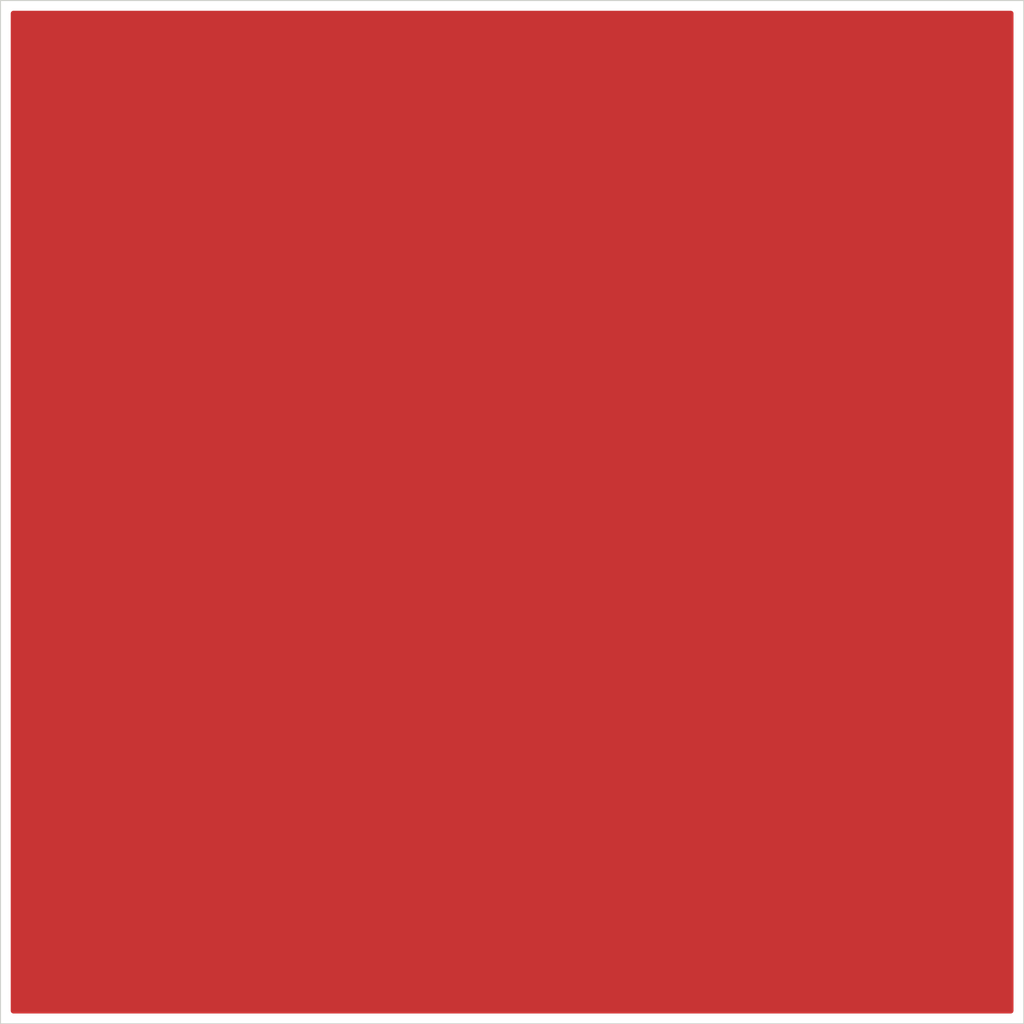
<source format=kicad_pcb>
(kicad_pcb
	(version 20241229)
	(generator "pcbnew")
	(generator_version "9.0")
	(general
		(thickness 1.6)
		(legacy_teardrops no)
	)
	(paper "A4")
	(layers
		(0 "F.Cu" signal)
		(2 "B.Cu" signal)
		(9 "F.Adhes" user "F.Adhesive")
		(11 "B.Adhes" user "B.Adhesive")
		(13 "F.Paste" user)
		(15 "B.Paste" user)
		(5 "F.SilkS" user "F.Silkscreen")
		(7 "B.SilkS" user "B.Silkscreen")
		(1 "F.Mask" user)
		(3 "B.Mask" user)
		(17 "Dwgs.User" user "User.Drawings")
		(19 "Cmts.User" user "User.Comments")
		(21 "Eco1.User" user "User.Eco1")
		(23 "Eco2.User" user "User.Eco2")
		(25 "Edge.Cuts" user)
		(27 "Margin" user)
		(31 "F.CrtYd" user "F.Courtyard")
		(29 "B.CrtYd" user "B.Courtyard")
		(35 "F.Fab" user)
		(33 "B.Fab" user)
		(39 "User.1" user)
		(41 "User.2" user)
		(43 "User.3" user)
		(45 "User.4" user)
	)
	(setup
		(pad_to_mask_clearance 0)
		(allow_soldermask_bridges_in_footprints no)
		(tenting front back)
		(pcbplotparams
			(layerselection 0x00000000_00000000_55555555_5755f5ff)
			(plot_on_all_layers_selection 0x00000000_00000000_00000000_00000000)
			(disableapertmacros no)
			(usegerberextensions no)
			(usegerberattributes yes)
			(usegerberadvancedattributes yes)
			(creategerberjobfile yes)
			(dashed_line_dash_ratio 12.000000)
			(dashed_line_gap_ratio 3.000000)
			(svgprecision 4)
			(plotframeref no)
			(mode 1)
			(useauxorigin no)
			(hpglpennumber 1)
			(hpglpenspeed 20)
			(hpglpendiameter 15.000000)
			(pdf_front_fp_property_popups yes)
			(pdf_back_fp_property_popups yes)
			(pdf_metadata yes)
			(pdf_single_document no)
			(dxfpolygonmode yes)
			(dxfimperialunits yes)
			(dxfusepcbnewfont yes)
			(psnegative no)
			(psa4output no)
			(plot_black_and_white yes)
			(sketchpadsonfab no)
			(plotpadnumbers no)
			(hidednponfab no)
			(sketchdnponfab yes)
			(crossoutdnponfab yes)
			(subtractmaskfromsilk no)
			(outputformat 1)
			(mirror no)
			(drillshape 1)
			(scaleselection 1)
			(outputdirectory "")
		)
	)
	(net 0 "")
	(gr_rect
		(start 125 75)
		(end 175 125)
		(stroke
			(width 0.05)
			(type solid)
		)
		(fill no)
		(layer "Edge.Cuts")
		(uuid "a4134da2-ad2b-423e-9615-8b89a921c1b7")
	)
	(zone
		(net 0)
		(net_name "")
		(layer "F.Cu")
		(uuid "09207a49-4bc2-4662-8525-f2f9917d200b")
		(hatch edge 0.5)
		(connect_pads
			(clearance 0.5)
		)
		(min_thickness 0.25)
		(filled_areas_thickness no)
		(fill yes
			(thermal_gap 0.5)
			(thermal_bridge_width 0.5)
			(island_removal_mode 1)
			(island_area_min 10)
		)
		(polygon
			(pts
				(xy 125 75) (xy 175 75) (xy 175 125) (xy 125 125)
			)
		)
		(filled_polygon
			(layer "F.Cu")
			(island)
			(pts
				(xy 174.442539 75.520185) (xy 174.488294 75.572989) (xy 174.4995 75.6245) (xy 174.4995 124.3755)
				(xy 174.479815 124.442539) (xy 174.427011 124.488294) (xy 174.3755 124.4995) (xy 125.6245 124.4995)
				(xy 125.557461 124.479815) (xy 125.511706 124.427011) (xy 125.5005 124.3755) (xy 125.5005 75.6245)
				(xy 125.520185 75.557461) (xy 125.572989 75.511706) (xy 125.6245 75.5005) (xy 174.3755 75.5005)
			)
		)
	)
	(embedded_fonts no)
)

</source>
